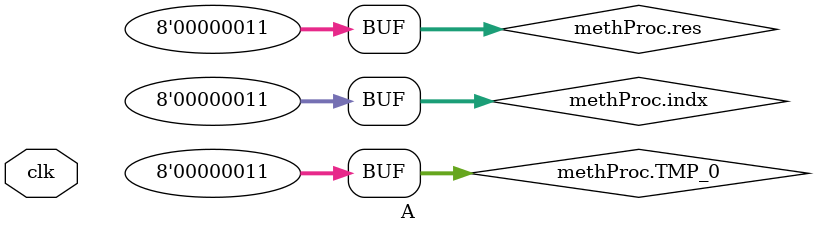
<source format=sv>

module A // "mod1"
(
    input logic clk
);

// Variables generated for SystemC signals

// Local parameters generated for C++ constants
localparam logic signed [31:0] N = 3;
localparam logic signed [31:0] HN = 3;
localparam logic signed [31:0] HNN = 3;

//------------------------------------------------------------------------------
// Method process: methProc (test_const_keep_var3.cpp:52:5) 

always_comb 
begin : methProc     // test_const_keep_var3.cpp:52:5
    logic [7:0] TMP_0;
    logic [7:0] res;
    logic [7:0] indx;
    // Call f() begin
    res = 0;
    res = HN;
    res = N;
    TMP_0 = res;
    // Call f() end
    indx = TMP_0;
end

endmodule



</source>
